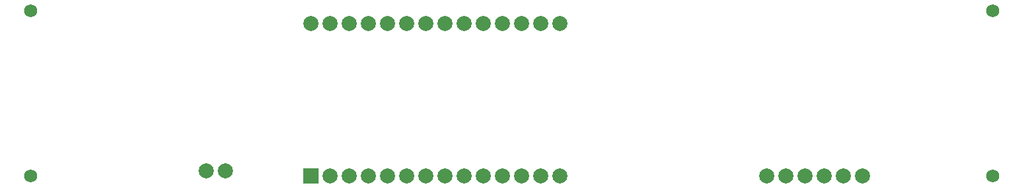
<source format=gbr>
%TF.GenerationSoftware,Altium Limited,Altium Designer,23.4.1 (23)*%
G04 Layer_Color=16711935*
%FSLAX44Y44*%
%MOMM*%
%TF.SameCoordinates,691261D2-1884-439D-B531-122D69197680*%
%TF.FilePolarity,Negative*%
%TF.FileFunction,Soldermask,Bot*%
%TF.Part,Single*%
G01*
G75*
%TA.AperFunction,WasherPad*%
%ADD15C,1.7272*%
%TA.AperFunction,ComponentPad*%
%ADD16R,2.0032X2.0032*%
%ADD17C,2.0032*%
D15*
X1376000Y273400D02*
D03*
X100000Y53400D02*
D03*
Y273400D02*
D03*
X1376000Y53400D02*
D03*
D16*
X471350D02*
D03*
D17*
X801550Y256600D02*
D03*
X776150D02*
D03*
X750750D02*
D03*
X725350D02*
D03*
X699950D02*
D03*
X623750D02*
D03*
X598350D02*
D03*
X572950D02*
D03*
X547550D02*
D03*
X522150D02*
D03*
X496750D02*
D03*
X471350D02*
D03*
X649150D02*
D03*
X674550D02*
D03*
X801550Y53400D02*
D03*
X776150D02*
D03*
X750750D02*
D03*
X725350D02*
D03*
X699950D02*
D03*
X623750D02*
D03*
X598350D02*
D03*
X572950D02*
D03*
X547550D02*
D03*
X522150D02*
D03*
X496750D02*
D03*
X649150D02*
D03*
X674550D02*
D03*
X332300Y60000D02*
D03*
X357700D02*
D03*
X1203000Y53400D02*
D03*
X1177600D02*
D03*
X1152200D02*
D03*
X1126800D02*
D03*
X1101400D02*
D03*
X1076000D02*
D03*
%TF.MD5,45374ccc9c926d62f93af52f0d64a7a2*%
M02*

</source>
